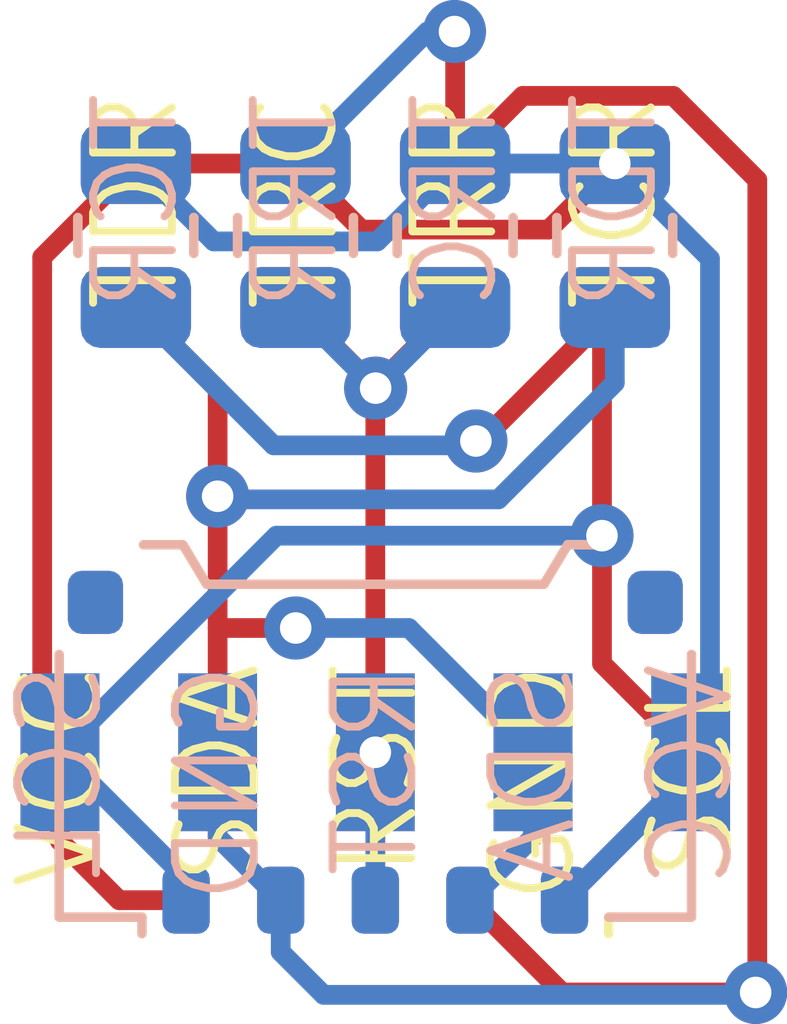
<source format=kicad_pcb>
(kicad_pcb (version 20221018) (generator pcbnew)
  (title_block (title "think_corney") (rev "v1-b1") (company "@infused-kim"))
  (layers (0 "F.Cu" signal) (31 "B.Cu" signal) (34 "B.Paste" user) (35 "F.Paste" user) (36 "B.SilkS" user "B.Silkscreen") (37 "F.SilkS" user "F.Silkscreen") (38 "B.Mask" user) (39 "F.Mask" user) (44 "Edge.Cuts" user))
  (net 0 "")
  (net 1 "GND")
  (net 2 "VCC")
  (net 3 "TPC")
  (net 4 "TPD")
  (net 5 "TPR")
  (footprint "conn_molex_pico_ezmate_1x05" (layer "F.Cu") (at 0 0 180)
    (fp_text reference "CONN2" hide)
    (fp_text value "" (at 0 0) (layer "F.SilkS") (effects (font (size 1.27 1.27))))
    (fp_line (start -4.01 -2.09) (end -2.96 -2.09) (stroke (width 0.12)) (layer "B.SilkS"))
    (fp_line (start -4.01 1.24) (end -4.01 -2.09) (stroke (width 0.12)) (layer "B.SilkS"))
    (fp_line (start -2.44 2.63) (end -2.94 2.63) (stroke (width 0.12)) (layer "B.SilkS"))
    (fp_line (start -2.14 2.13) (end -2.44 2.63) (stroke (width 0.12)) (layer "B.SilkS"))
    (fp_line (start 2.14 2.13) (end -2.14 2.13) (stroke (width 0.12)) (layer "B.SilkS"))
    (fp_line (start 2.44 2.63) (end 2.14 2.13) (stroke (width 0.12)) (layer "B.SilkS"))
    (fp_line (start 2.94 2.63) (end 2.44 2.63) (stroke (width 0.12)) (layer "B.SilkS"))
    (fp_line (start 2.96 -2.09) (end 2.96 -2.3) (stroke (width 0.12)) (layer "B.SilkS"))
    (fp_line (start 4.01 -2.09) (end 2.96 -2.09) (stroke (width 0.12)) (layer "B.SilkS"))
    (fp_line (start 4.01 1.24) (end 4.01 -2.09) (stroke (width 0.12)) (layer "B.SilkS"))
    (fp_line (start -4.01 -2.09) (end -2.96 -2.09) (stroke (width 0.12)) (layer "F.SilkS"))
    (fp_line (start -4.01 1.24) (end -4.01 -2.09) (stroke (width 0.12)) (layer "F.SilkS"))
    (fp_line (start -2.96 -2.09) (end -2.96 -2.3) (stroke (width 0.12)) (layer "F.SilkS"))
    (fp_line (start -2.94 2.63) (end -2.44 2.63) (stroke (width 0.12)) (layer "F.SilkS"))
    (fp_line (start -2.44 2.63) (end -2.14 2.13) (stroke (width 0.12)) (layer "F.SilkS"))
    (fp_line (start -2.14 2.13) (end 2.14 2.13) (stroke (width 0.12)) (layer "F.SilkS"))
    (fp_line (start 2.14 2.13) (end 2.44 2.63) (stroke (width 0.12)) (layer "F.SilkS"))
    (fp_line (start 2.44 2.63) (end 2.94 2.63) (stroke (width 0.12)) (layer "F.SilkS"))
    (fp_line (start 4.01 -2.09) (end 2.96 -2.09) (stroke (width 0.12)) (layer "F.SilkS"))
    (fp_line (start 4.01 1.24) (end 4.01 -2.09) (stroke (width 0.12)) (layer "F.SilkS"))
    (pad "1" smd roundrect (at -2.4 -1.875 180) (size 0.6 0.85) (layers "F.Cu" "F.Paste" "F.Mask") (net 3 "TPC"))
    (pad "1" smd roundrect (at 2.4 -1.875) (size 0.6 0.85) (layers "B.Cu" "B.Paste" "B.Mask") (net 3 "TPC"))
    (pad "2" smd roundrect (at -1.2 -1.875 180) (size 0.6 0.85) (layers "F.Cu" "F.Paste" "F.Mask") (net 1 "GND"))
    (pad "2" smd roundrect (at 1.2 -1.875) (size 0.6 0.85) (layers "B.Cu" "B.Paste" "B.Mask") (net 1 "GND"))
    (pad "3" smd roundrect (at 0 -1.875 180) (size 0.6 0.85) (layers "F.Cu" "F.Paste" "F.Mask") (net 5 "TPR"))
    (pad "3" smd roundrect (at 0 -1.875) (size 0.6 0.85) (layers "B.Cu" "B.Paste" "B.Mask") (net 5 "TPR"))
    (pad "4" smd roundrect (at -1.2 -1.875) (size 0.6 0.85) (layers "B.Cu" "B.Paste" "B.Mask") (net 4 "TPD"))
    (pad "4" smd roundrect (at 1.2 -1.875 180) (size 0.6 0.85) (layers "F.Cu" "F.Paste" "F.Mask") (net 4 "TPD"))
    (pad "5" smd roundrect (at -2.4 -1.875) (size 0.6 0.85) (layers "B.Cu" "B.Paste" "B.Mask") (net 2 "VCC"))
    (pad "5" smd roundrect (at 2.4 -1.875 180) (size 0.6 0.85) (layers "F.Cu" "F.Paste" "F.Mask") (net 2 "VCC"))
    (pad "MP" smd roundrect (at -3.55 1.9 180) (size 0.7 0.8) (layers "F.Cu" "F.Paste" "F.Mask"))
    (pad "MP" smd roundrect (at -3.55 1.9) (size 0.7 0.8) (layers "B.Cu" "B.Paste" "B.Mask"))
    (pad "MP" smd roundrect (at 3.55 1.9 180) (size 0.7 0.8) (layers "F.Cu" "F.Paste" "F.Mask"))
    (pad "MP" smd roundrect (at 3.55 1.9) (size 0.7 0.8) (layers "B.Cu" "B.Paste" "B.Mask"))
  )
  (footprint "point_debugger" (layer "F.Cu") (at 0 -6.55)
    (fp_text reference "P41\"" hide)
    (fp_text value "" (at 0 0) (layer "F.SilkS") (effects (font (size 1.27 1.27))))
  )
  (footprint "pads" (layer "F.Cu") (at 0 0 180)
    (fp_text reference "PAD2" hide)
    (fp_text value "" (at 0 0) (layer "F.SilkS") (effects (font (size 1.27 1.27))))
    (fp_text user "RST" (at 0 1.2 90) (layer "B.SilkS") (effects (font (thickness 0.1)) (justify left mirror)))
    (fp_text user "GND" (at 2 1.2 90) (layer "B.SilkS") (effects (font (thickness 0.1)) (justify left mirror)))
    (fp_text user "SCL" (at 4 1.2 90) (layer "B.SilkS") (effects (font (thickness 0.1)) (justify left mirror)))
    (fp_text user "VCC" (at -4 1.2 90) (layer "B.SilkS") (effects (font (thickness 0.1)) (justify left mirror)))
    (fp_text user "SDA" (at -2 1.2 90) (layer "B.SilkS") (effects (font (thickness 0.1)) (justify left mirror)))
    (fp_text user "GND" (at -2 1.2 90) (layer "F.SilkS") (effects (font (thickness 0.1)) (justify right)))
    (fp_text user "SCL" (at -4 1.2 90) (layer "F.SilkS") (effects (font (thickness 0.1)) (justify right)))
    (fp_text user "RST" (at 0 1.2 90) (layer "F.SilkS") (effects (font (thickness 0.1)) (justify right)))
    (fp_text user "SDA" (at 2 1.2 90) (layer "F.SilkS") (effects (font (thickness 0.1)) (justify right)))
    (fp_text user "VCC" (at 4 1.2 90) (layer "F.SilkS") (effects (font (thickness 0.1)) (justify right)))
    (pad "1" smd rect (at -4 0 180) (size 1 2) (layers "F.Cu" "F.Paste" "F.Mask") (net 3 "TPC"))
    (pad "1" smd rect (at -4 0 180) (size 1 2) (layers "B.Cu" "B.Paste" "B.Mask") (net 2 "VCC"))
    (pad "2" smd rect (at -2 0 180) (size 1 2) (layers "F.Cu" "F.Paste" "F.Mask") (net 1 "GND"))
    (pad "2" smd rect (at -2 0 180) (size 1 2) (layers "B.Cu" "B.Paste" "B.Mask") (net 4 "TPD"))
    (pad "3" smd rect (at 0 0 180) (size 1 2) (layers "F.Cu" "F.Paste" "F.Mask") (net 5 "TPR"))
    (pad "3" smd rect (at 0 0 180) (size 1 2) (layers "B.Cu" "B.Paste" "B.Mask") (net 5 "TPR"))
    (pad "4" smd rect (at 2 0 180) (size 1 2) (layers "F.Cu" "F.Paste" "F.Mask") (net 4 "TPD"))
    (pad "4" smd rect (at 2 0 180) (size 1 2) (layers "B.Cu" "B.Paste" "B.Mask") (net 1 "GND"))
    (pad "5" smd rect (at 4 0 180) (size 1 2) (layers "F.Cu" "F.Paste" "F.Mask") (net 2 "VCC"))
    (pad "5" smd rect (at 4 0 180) (size 1 2) (layers "B.Cu" "B.Paste" "B.Mask") (net 3 "TPC"))
  )
  (footprint "point_debugger" (layer "F.Cu") (at 0 0)
    (fp_text reference "P40\"" hide)
    (fp_text value "" (at 0 0) (layer "F.SilkS") (effects (font (size 1.27 1.27))))
  )
  (footprint "smd_805" (layer "F.Cu") (at 0 -6.55 180)
    (fp_text reference "SMD1" hide)
    (fp_text value "" (at 0 0) (layer "F.SilkS") (effects (font (size 1.27 1.27))))
    (fp_text user "TDR" (at -3.0375 1.88 90) (layer "B.SilkS") (effects (font (thickness 0.1)) (justify left mirror)))
    (fp_text user "TRC" (at -1.0125 1.88 90) (layer "B.SilkS") (effects (font (thickness 0.1)) (justify left mirror)))
    (fp_text user "TRR" (at 1.0125 1.88 90) (layer "B.SilkS") (effects (font (thickness 0.1)) (justify left mirror)))
    (fp_text user "TCR" (at 3.0375 1.88 90) (layer "B.SilkS") (effects (font (thickness 0.1)) (justify left mirror)))
    (fp_text user "TRR" (at -1.0125 1.88 90) (layer "F.SilkS") (effects (font (thickness 0.1)) (justify right)))
    (fp_text user "TRC" (at 1.0125 1.88 90) (layer "F.SilkS") (effects (font (thickness 0.1)) (justify right)))
    (fp_text user "TCR" (at -3.0375 1.88 90) (layer "F.SilkS") (effects (font (thickness 0.1)) (justify right)))
    (fp_text user "TDR" (at 3.0375 1.88 90) (layer "F.SilkS") (effects (font (thickness 0.1)) (justify right)))
    (fp_line (start -3.7725 0.227064) (end -3.7725 -0.227064) (stroke (width 0.12)) (layer "B.SilkS"))
    (fp_line (start -2.3025 0.227064) (end -2.3025 -0.227064) (stroke (width 0.12)) (layer "B.SilkS"))
    (fp_line (start -1.7475 0.227064) (end -1.7475 -0.227064) (stroke (width 0.12)) (layer "B.SilkS"))
    (fp_line (start -0.2775 0.227064) (end -0.2775 -0.227064) (stroke (width 0.12)) (layer "B.SilkS"))
    (fp_line (start 0.2775 0.227064) (end 0.2775 -0.227064) (stroke (width 0.12)) (layer "B.SilkS"))
    (fp_line (start 1.7475 0.227064) (end 1.7475 -0.227064) (stroke (width 0.12)) (layer "B.SilkS"))
    (fp_line (start 2.3025 0.227064) (end 2.3025 -0.227064) (stroke (width 0.12)) (layer "B.SilkS"))
    (fp_line (start 3.7725 0.227064) (end 3.7725 -0.227064) (stroke (width 0.12)) (layer "B.SilkS"))
    (fp_line (start -3.7725 0.227064) (end -3.7725 -0.227064) (stroke (width 0.12)) (layer "F.SilkS"))
    (fp_line (start -2.3025 0.227064) (end -2.3025 -0.227064) (stroke (width 0.12)) (layer "F.SilkS"))
    (fp_line (start -1.7475 0.227064) (end -1.7475 -0.227064) (stroke (width 0.12)) (layer "F.SilkS"))
    (fp_line (start -0.2775 0.227064) (end -0.2775 -0.227064) (stroke (width 0.12)) (layer "F.SilkS"))
    (fp_line (start 0.2775 0.227064) (end 0.2775 -0.227064) (stroke (width 0.12)) (layer "F.SilkS"))
    (fp_line (start 1.7475 0.227064) (end 1.7475 -0.227064) (stroke (width 0.12)) (layer "F.SilkS"))
    (fp_line (start 2.3025 0.227064) (end 2.3025 -0.227064) (stroke (width 0.12)) (layer "F.SilkS"))
    (fp_line (start 3.7725 0.227064) (end 3.7725 -0.227064) (stroke (width 0.12)) (layer "F.SilkS"))
    (pad "1" smd roundrect (at -3.0375 0.9125 270) (size 1.025 1.4) (layers "F.Cu" "F.Paste" "F.Mask") (roundrect_rratio 0.243902) (net 2 "VCC"))
    (pad "1" smd roundrect (at -3.0375 0.9125 270) (size 1.025 1.4) (layers "B.Cu" "B.Paste" "B.Mask") (roundrect_rratio 0.243902) (net 2 "VCC"))
    (pad "2" smd roundrect (at -3.0375 -0.9125 270) (size 1.025 1.4) (layers "F.Cu" "F.Paste" "F.Mask") (roundrect_rratio 0.243902) (net 3 "TPC"))
    (pad "2" smd roundrect (at -3.0375 -0.9125 270) (size 1.025 1.4) (layers "B.Cu" "B.Paste" "B.Mask") (roundrect_rratio 0.243902) (net 4 "TPD"))
    (pad "3" smd roundrect (at -1.0125 0.9125 270) (size 1.025 1.4) (layers "F.Cu" "F.Paste" "F.Mask") (roundrect_rratio 0.243902) (net 1 "GND"))
    (pad "3" smd roundrect (at -1.0125 0.9125 270) (size 1.025 1.4) (layers "B.Cu" "B.Paste" "B.Mask") (roundrect_rratio 0.243902) (net 2 "VCC"))
    (pad "4" smd roundrect (at -1.0125 -0.9125 270) (size 1.025 1.4) (layers "F.Cu" "F.Paste" "F.Mask") (roundrect_rratio 0.243902) (net 5 "TPR"))
    (pad "4" smd roundrect (at -1.0125 -0.9125 270) (size 1.025 1.4) (layers "B.Cu" "B.Paste" "B.Mask") (roundrect_rratio 0.243902) (net 5 "TPR"))
    (pad "5" smd roundrect (at 1.0125 0.9125 270) (size 1.025 1.4) (layers "F.Cu" "F.Paste" "F.Mask") (roundrect_rratio 0.243902) (net 2 "VCC"))
    (pad "5" smd roundrect (at 1.0125 0.9125 270) (size 1.025 1.4) (layers "B.Cu" "B.Paste" "B.Mask") (roundrect_rratio 0.243902) (net 1 "GND"))
    (pad "6" smd roundrect (at 1.0125 -0.9125 270) (size 1.025 1.4) (layers "F.Cu" "F.Paste" "F.Mask") (roundrect_rratio 0.243902) (net 5 "TPR"))
    (pad "6" smd roundrect (at 1.0125 -0.9125 270) (size 1.025 1.4) (layers "B.Cu" "B.Paste" "B.Mask") (roundrect_rratio 0.243902) (net 5 "TPR"))
    (pad "7" smd roundrect (at 3.0375 0.9125 270) (size 1.025 1.4) (layers "F.Cu" "F.Paste" "F.Mask") (roundrect_rratio 0.243902) (net 2 "VCC"))
    (pad "7" smd roundrect (at 3.0375 0.9125 270) (size 1.025 1.4) (layers "B.Cu" "B.Paste" "B.Mask") (roundrect_rratio 0.243902) (net 2 "VCC"))
    (pad "8" smd roundrect (at 3.0375 -0.9125 270) (size 1.025 1.4) (layers "F.Cu" "F.Paste" "F.Mask") (roundrect_rratio 0.243902) (net 4 "TPD"))
    (pad "8" smd roundrect (at 3.0375 -0.9125 270) (size 1.025 1.4) (layers "B.Cu" "B.Paste" "B.Mask") (roundrect_rratio 0.243902) (net 3 "TPC"))
  )
  (segment (start 1.87 -8.32) (end 1.0125 -7.4625) (width 0.25) (layer "F.Cu") (net 1))
  (segment (start 2 1.075) (end 1.2 1.875) (width 0.25) (layer "F.Cu") (net 1))
  (segment (start 3.779347 -8.32) (end 1.87 -8.32) (width 0.25) (layer "F.Cu") (net 1))
  (segment (start 4.845 3.023735) (end 4.845 -7.254347) (width 0.25) (layer "F.Cu") (net 1))
  (segment (start 4.845 -7.254347) (end 3.779347 -8.32) (width 0.25) (layer "F.Cu") (net 1))
  (segment (start 1.2 1.875) (end 2.369694 3.044694) (width 0.25) (layer "F.Cu") (net 1))
  (segment (start 1.0125 -7.4625) (end 1.0125 -9.126847) (width 0.25) (layer "F.Cu") (net 1))
  (segment (start 1.0125 -9.126847) (end 1.004041 -9.135306) (width 0.25) (layer "F.Cu") (net 1))
  (segment (start 4.824041 3.044694) (end 4.845 3.023735) (width 0.25) (layer "F.Cu") (net 1))
  (segment (start 2 0) (end 2 1.075) (width 0.25) (layer "F.Cu") (net 1))
  (segment (start 2.369694 3.044694) (end 4.824041 3.044694) (width 0.25) (layer "F.Cu") (net 1))
  (via (at 4.824041 3.044694) (size 0.8) (drill 0.4) (layers "F.Cu" "B.Cu") (net 1))
  (via (at 1.004041 -9.135306) (size 0.8) (drill 0.4) (layers "F.Cu" "B.Cu") (net 1))
  (segment (start 4.793735 3.075) (end -0.655959 3.075) (width 0.25) (layer "B.Cu") (net 1))
  (segment (start -2 0) (end -2 1.075) (width 0.25) (layer "B.Cu") (net 1))
  (segment (start -1.2 2.530959) (end -0.655959 3.075) (width 0.25) (layer "B.Cu") (net 1))
  (segment (start 1.004041 -9.135306) (end 0.660306 -9.135306) (width 0.25) (layer "B.Cu") (net 1))
  (segment (start -1.2 1.875) (end -1.2 2.530959) (width 0.25) (layer "B.Cu") (net 1))
  (segment (start -2 1.075) (end -1.2 1.875) (width 0.25) (layer "B.Cu") (net 1))
  (segment (start 0.660306 -9.135306) (end -1.0125 -7.4625) (width 0.25) (layer "B.Cu") (net 1))
  (segment (start -2.4 1.875) (end -3.250401 1.875) (width 0.25) (layer "F.Cu") (net 2))
  (segment (start -4.225 -6.275) (end -4.225 -0.225) (width 0.25) (layer "F.Cu") (net 2))
  (segment (start -4 1.125402) (end -3.250401 1.875) (width 0.25) (layer "F.Cu") (net 2))
  (segment (start 2.2 -6.625) (end 3.0375 -7.4625) (width 0.25) (layer "F.Cu") (net 2))
  (segment (start -3.0375 -7.4625) (end -4.225 -6.275) (width 0.25) (layer "F.Cu") (net 2))
  (segment (start -4 0) (end -4 1.125402) (width 0.25) (layer "F.Cu") (net 2))
  (segment (start -0.175 -6.625) (end 2.2 -6.625) (width 0.25) (layer "F.Cu") (net 2))
  (segment (start -1.0125 -7.4625) (end -0.175 -6.625) (width 0.25) (layer "F.Cu") (net 2))
  (segment (start -3.0375 -7.4625) (end -1.0125 -7.4625) (width 0.25) (layer "F.Cu") (net 2))
  (via (at 3.0375 -7.4625) (size 0.8) (drill 0.4) (layers "F.Cu" "B.Cu") (net 2))
  (segment (start -2.05 -6.475) (end 0.025 -6.475) (width 0.25) (layer "B.Cu") (net 2))
  (segment (start 4 0) (end 4.245 -0.245) (width 0.25) (layer "B.Cu") (net 2))
  (segment (start 0.025 -6.475) (end 1.0125 -7.4625) (width 0.25) (layer "B.Cu") (net 2))
  (segment (start 4.245 -6.255) (end 3.0375 -7.4625) (width 0.25) (layer "B.Cu") (net 2))
  (segment (start 1.0125 -7.4625) (end 3.0375 -7.4625) (width 0.25) (layer "B.Cu") (net 2))
  (segment (start 4.245 -0.245) (end 4.245 -6.255) (width 0.25) (layer "B.Cu") (net 2))
  (segment (start -2.05 -6.475) (end -3.0375 -7.4625) (width 0.25) (layer "B.Cu") (net 2))
  (segment (start 4.225 0.05) (end 2.4 1.875) (width 0.25) (layer "B.Cu") (net 2))
  (segment (start 4 0) (end 2.875 -1.125) (width 0.25) (layer "F.Cu") (net 3))
  (segment (start 1.2755 -3.945306) (end 1.345306 -3.945306) (width 0.25) (layer "F.Cu") (net 3))
  (segment (start 2.875 -1.125) (end 2.875 -2.745306) (width 0.25) (layer "F.Cu") (net 3))
  (segment (start 1.345306 -3.945306) (end 3.0375 -5.6375) (width 0.25) (layer "F.Cu") (net 3))
  (segment (start 2.4 1.875) (end 4 0.275) (width 0.25) (layer "F.Cu") (net 3))
  (segment (start 2.875 -2.745306) (end 2.875 -5.475) (width 0.25) (layer "F.Cu") (net 3))
  (via (at 1.2755 -3.945306) (size 0.8) (drill 0.4) (layers "F.Cu" "B.Cu") (net 3))
  (via (at 2.875 -2.745306) (size 0.8) (drill 0.4) (layers "F.Cu" "B.Cu") (net 3))
  (segment (start -2.4 1.6) (end -4 0) (width 0.25) (layer "B.Cu") (net 3))
  (segment (start -1.290306 -3.890306) (end -3.0375 -5.6375) (width 0.25) (layer "B.Cu") (net 3))
  (segment (start 1.2205 -3.890306) (end -1.290306 -3.890306) (width 0.25) (layer "B.Cu") (net 3))
  (segment (start -1.254694 -2.745306) (end 2.875 -2.745306) (width 0.25) (layer "B.Cu") (net 3))
  (segment (start 1.2755 -3.945306) (end 1.2205 -3.890306) (width 0.25) (layer "B.Cu") (net 3))
  (segment (start -4 0) (end -1.254694 -2.745306) (width 0.25) (layer "B.Cu") (net 3))
  (segment (start -2 1.075) (end -1.2 1.875) (width 0.25) (layer "F.Cu") (net 4))
  (segment (start -2 -1.575) (end -2 -3.245306) (width 0.25) (layer "F.Cu") (net 4))
  (segment (start -2 0) (end -2 1.075) (width 0.25) (layer "F.Cu") (net 4))
  (segment (start -2 -3.245306) (end -2 -4.6) (width 0.25) (layer "F.Cu") (net 4))
  (segment (start -2 0) (end -2 -1.575) (width 0.25) (layer "F.Cu") (net 4))
  (segment (start -1.01 -1.575) (end -2 -1.575) (width 0.25) (layer "F.Cu") (net 4))
  (segment (start -2 -4.6) (end -3.0375 -5.6375) (width 0.25) (layer "F.Cu") (net 4))
  (via (at -2 -3.245306) (size 0.8) (drill 0.4) (layers "F.Cu" "B.Cu") (net 4))
  (via (at -1.01 -1.575) (size 0.8) (drill 0.4) (layers "F.Cu" "B.Cu") (net 4))
  (segment (start 2 1.075) (end 1.2 1.875) (width 0.25) (layer "B.Cu") (net 4))
  (segment (start -1.96 -3.205306) (end 1.560805 -3.205306) (width 0.25) (layer "B.Cu") (net 4))
  (segment (start -2 -3.245306) (end -1.96 -3.205306) (width 0.25) (layer "B.Cu") (net 4))
  (segment (start 3.0375 -4.682001) (end 3.0375 -5.6375) (width 0.25) (layer "B.Cu") (net 4))
  (segment (start 2 0) (end 2 1.075) (width 0.25) (layer "B.Cu") (net 4))
  (segment (start 0.425 -1.575) (end -1.01 -1.575) (width 0.25) (layer "B.Cu") (net 4))
  (segment (start 2 0) (end 0.425 -1.575) (width 0.25) (layer "B.Cu") (net 4))
  (segment (start 1.560805 -3.205306) (end 3.0375 -4.682001) (width 0.25) (layer "B.Cu") (net 4))
  (segment (start 0 0) (end 0 1.875) (width 0.25) (layer "F.Cu") (net 5))
  (segment (start 0 0) (end 0 -4.611265) (width 0.25) (layer "F.Cu") (net 5))
  (segment (start 0 -4.625) (end 1.0125 -5.6375) (width 0.25) (layer "F.Cu") (net 5))
  (segment (start 0 -4.625) (end -1.0125 -5.6375) (width 0.25) (layer "F.Cu") (net 5))
  (segment (start 0 -4.611265) (end 0.004041 -4.615306) (width 0.25) (layer "F.Cu") (net 5))
  (via (at 0 0) (size 0.8) (drill 0.4) (layers "F.Cu" "B.Cu") (net 5))
  (via (at 0.004041 -4.615306) (size 0.8) (drill 0.4) (layers "F.Cu" "B.Cu") (net 5))
  (segment (start 0 0) (end 0 1.875) (width 0.25) (layer "B.Cu") (net 5))
  (segment (start -1.0125 -5.631847) (end 0.004041 -4.615306) (width 0.25) (layer "B.Cu") (net 5))
  (segment (start 1.0125 -5.623765) (end 0.004041 -4.615306) (width 0.25) (layer "B.Cu") (net 5))
)
</source>
